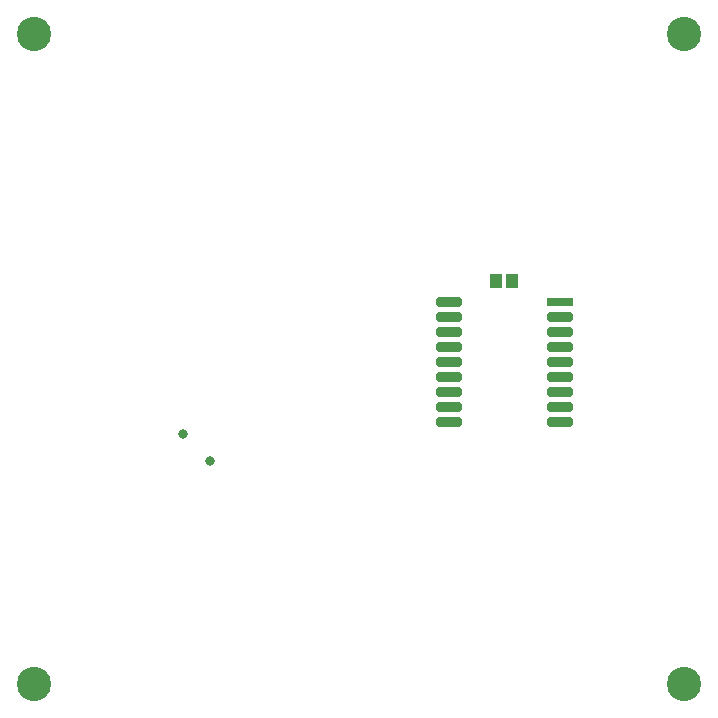
<source format=gbs>
G04*
G04 #@! TF.GenerationSoftware,Altium Limited,Altium Designer,18.1.7 (191)*
G04*
G04 Layer_Color=16711935*
%FSLAX25Y25*%
%MOIN*%
G70*
G01*
G75*
G04:AMPARAMS|DCode=31|XSize=31.62mil|YSize=86.74mil|CornerRadius=9.91mil|HoleSize=0mil|Usage=FLASHONLY|Rotation=270.000|XOffset=0mil|YOffset=0mil|HoleType=Round|Shape=RoundedRectangle|*
%AMROUNDEDRECTD31*
21,1,0.03162,0.06693,0,0,270.0*
21,1,0.01181,0.08674,0,0,270.0*
1,1,0.01981,-0.03347,-0.00591*
1,1,0.01981,-0.03347,0.00591*
1,1,0.01981,0.03347,0.00591*
1,1,0.01981,0.03347,-0.00591*
%
%ADD31ROUNDEDRECTD31*%
%ADD32R,0.08674X0.03162*%
%ADD33R,0.04143X0.04537*%
%ADD41C,0.11430*%
%ADD42C,0.03162*%
D31*
X185000Y102000D02*
D03*
Y107000D02*
D03*
Y112000D02*
D03*
Y117000D02*
D03*
Y122000D02*
D03*
Y127000D02*
D03*
Y132000D02*
D03*
X147992Y137000D02*
D03*
Y132000D02*
D03*
Y127000D02*
D03*
Y122000D02*
D03*
Y117000D02*
D03*
Y112000D02*
D03*
Y107000D02*
D03*
Y102000D02*
D03*
X185000Y97000D02*
D03*
X147992D02*
D03*
D32*
X185000Y137000D02*
D03*
D33*
X169000Y144000D02*
D03*
X163685D02*
D03*
D41*
X9843Y9843D02*
D03*
X226378D02*
D03*
X9843Y226378D02*
D03*
X226378D02*
D03*
D42*
X68284Y84000D02*
D03*
X59322Y93000D02*
D03*
M02*

</source>
